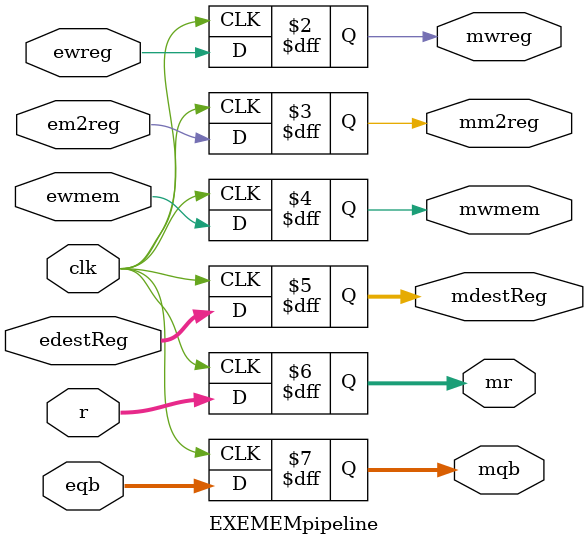
<source format=v>
`timescale 1ns / 1ps


module EXEMEMpipeline(
    input ewreg,            // Control signal for writing to the register file
    input em2reg,           // Control signal for writing to the register file (Memory stage)
    input ewmem,            // Control signal for writing to memory
    input [4:0] edestReg,   // Destination register address
    input [31:0] r,         // Result from the ALU
    input [31:0] eqb,       // Value from source register B
    input clk,              // Clock signal

    output reg mwreg,       // Output for write enable signal
    output reg mm2reg,      // Output for write enable signal (M2 stage)
    output reg mwmem,       // Output for memory write enable signal
    output reg [4:0] mdestReg, // Output for destination register address
    output reg [31:0] mr,    // Output for result from the ALU
    output reg [31:0] mqb    // Output for value from source register B
);

always @ (posedge clk)
begin
    mwreg = ewreg;
    mm2reg = em2reg;
    mwmem = ewmem;
    mdestReg = edestReg;
    mr = r;
    mqb = eqb;
end

endmodule // End of the module


</source>
